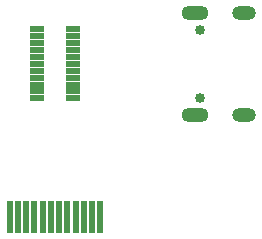
<source format=gbr>
%TF.GenerationSoftware,Altium Limited,Altium Designer,22.4.2 (48)*%
G04 Layer_Color=16711935*
%FSLAX26Y26*%
%MOIN*%
%TF.SameCoordinates,E4631C7E-FC5E-4278-A014-371310923930*%
%TF.FilePolarity,Negative*%
%TF.FileFunction,Soldermask,Bot*%
%TF.Part,Single*%
G01*
G75*
%TA.AperFunction,ComponentPad*%
%ADD98C,0.033591*%
%ADD99O,0.090677X0.049339*%
%ADD100O,0.078866X0.047370*%
%TA.AperFunction,SMDPad,CuDef*%
%ADD101R,0.047370X0.019811*%
%TA.AperFunction,ConnectorPad*%
%ADD102R,0.021779X0.106425*%
D98*
X485039Y-113779D02*
D03*
Y113779D02*
D03*
D99*
X465354Y170079D02*
D03*
Y-170079D02*
D03*
D100*
X629921Y170079D02*
D03*
Y-170079D02*
D03*
D101*
X-58858Y-115157D02*
D03*
Y-92126D02*
D03*
Y-69094D02*
D03*
Y-46063D02*
D03*
Y-23032D02*
D03*
Y0D02*
D03*
Y23032D02*
D03*
Y46063D02*
D03*
Y69094D02*
D03*
Y92126D02*
D03*
Y115157D02*
D03*
X58858Y-115157D02*
D03*
Y-92126D02*
D03*
Y-69094D02*
D03*
Y-46063D02*
D03*
Y-23032D02*
D03*
Y0D02*
D03*
Y23032D02*
D03*
Y46063D02*
D03*
Y69094D02*
D03*
Y92126D02*
D03*
Y115157D02*
D03*
D102*
X-151575Y-511811D02*
D03*
X-124016D02*
D03*
X-96457D02*
D03*
X-68898D02*
D03*
X-41339D02*
D03*
X-13780D02*
D03*
X13780D02*
D03*
X41339D02*
D03*
X68898D02*
D03*
X96457D02*
D03*
X124016D02*
D03*
X151575D02*
D03*
%TF.MD5,b9d442ef9389fc7a4df33b4ff0c64de2*%
M02*

</source>
